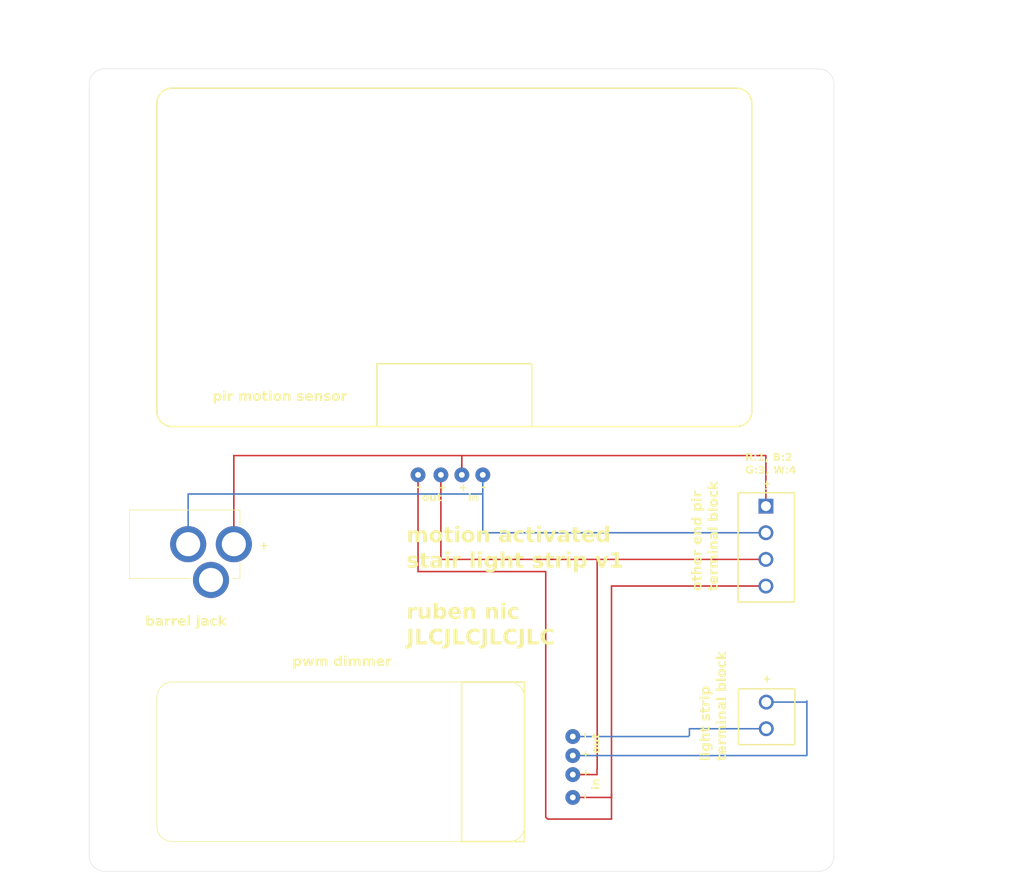
<source format=kicad_pcb>
(kicad_pcb (version 20240108) (generator "pcbnew") (generator_version "8.0")
  (layers (0 "F.Cu" signal) (31 "B.Cu" signal) (34 "B.Paste" user) (35 "F.Paste" user) (36 "B.SilkS" user "B.Silkscreen") (37 "F.SilkS" user "F.Silkscreen") (38 "B.Mask" user) (39 "F.Mask" user) (44 "Edge.Cuts" user))
  (net 0 "")
  (net 1 "Net-(pir-motion-sensor1-Pin_1)")
  (net 2 "Net-(pir-motion-sensor1-Pin_2)")
  (net 3 "Net-(pir-motion-sensor1-Pin_4)")
  (net 4 "Net-(pir-motion-sensor1-Pin_3)")
  (net 6 "Net-(pwm-dimmer1-Pin_4)")
  (net 7 "Net-(pwm-dimmer1-Pin_3)")
  (footprint "Connector:4_through_holes" (layer "F.Cu") (at 198.833398 96.34)
    (property "Reference" "pir-motion-sensor1" (hide yes))
    (property "Value" "Conn_01x04_Socket" (hide yes))
    (fp_text user "-" (at 4.5 -2.7 0) (layer "F.SilkS") (effects (font (size 1 1.5) (thickness 0.2) (bold yes)) (justify left bottom)))
    (fp_text user "out" (at -3.2 -1.3 0) (layer "F.SilkS") (effects (font (thickness 0.2) (bold yes)) (justify left bottom)))
    (fp_text user "+" (at -1.1 -2.6 0) (layer "F.SilkS") (effects (font (thickness 0.2) (bold yes)) (justify left bottom)))
    (fp_text user "-" (at -4 -2.7 0) (layer "F.SilkS") (effects (font (size 1 1.5) (thickness 0.2) (bold yes)) (justify left bottom)))
    (fp_text user "+" (at 1.65 -2.6 0) (layer "F.SilkS") (effects (font (thickness 0.2) (bold yes)) (justify left bottom)))
    (fp_text user "in" (at 2.85 -1.3 0) (layer "F.SilkS") (effects (font (thickness 0.2) (bold yes)) (justify left bottom)))
    (pad "1" thru_hole circle (at -3.7 -4.9) (size 1.95 1.95) (drill 0.762) (layers "*.Cu" "*.Mask") (net 1 "Net-(pir-motion-sensor1-Pin_1)"))
    (pad "2" thru_hole circle (at -0.7 -4.9) (size 1.95 1.95) (drill 0.762) (layers "*.Cu" "*.Mask") (net 2 "Net-(pir-motion-sensor1-Pin_2)"))
    (pad "3" thru_hole circle (at 2.05 -4.9) (size 1.95 1.95) (drill 0.762) (layers "*.Cu" "*.Mask") (net 4 "Net-(pir-motion-sensor1-Pin_3)"))
    (pad "4" thru_hole circle (at 4.8 -4.9) (size 1.95 1.95) (drill 0.762) (layers "*.Cu" "*.Mask") (net 3 "Net-(pir-motion-sensor1-Pin_4)"))
  )
  (footprint "MountingHole:MountingHole_2.2mm_M2" (layer "F.Cu") (at 156.398398 40.64)
    (property "Reference" "MH4" (hide yes))
    (property "Value" "MountingHole_2.2mm_M2")
    (pad "" np_thru_hole circle (at 0 0) (size 2.2 2.2) (drill 2.2) (layers "*.Cu" "*.Mask"))
  )
  (footprint "footprints:EBWA04A" (layer "F.Cu") (at 240.803398 95.54 -90)
    (property "Reference" "pir terminal block" (hide yes))
    (property "Value" "EBWA-04-A" (hide yes))
    (fp_line (start -1.75 3.65) (end -1.75 -3.75) (stroke (width 0.2)) (layer "F.SilkS"))
    (fp_line (start 12.6 3.65) (end -1.75 3.65) (stroke (width 0.2)) (layer "F.SilkS"))
    (fp_line (start -2.3 0) (end -2.3 0) (stroke (width 0.1)) (layer "F.SilkS"))
    (fp_line (start -2.2 0) (end -2.2 0) (stroke (width 0.1)) (layer "F.SilkS"))
    (fp_line (start -1.75 -3.75) (end 12.6 -3.75) (stroke (width 0.2)) (layer "F.SilkS"))
    (fp_line (start 12.6 -3.75) (end 12.6 3.65) (stroke (width 0.2)) (layer "F.SilkS"))
    (fp_arc (start -2.3 0) (mid -2.25 -0.05) (end -2.2 0) (stroke (width 0.1)) (layer "F.SilkS"))
    (fp_arc (start -2.2 0) (mid -2.25 0.05) (end -2.3 0) (stroke (width 0.1)) (layer "F.SilkS"))
    (pad "1" thru_hole rect (at 0 0 270) (size 1.95 1.95) (drill 1.3) (layers "*.Cu" "*.Mask") (net 4 "Net-(pir-motion-sensor1-Pin_3)"))
    (pad "2" thru_hole circle (at 3.5 0 270) (size 1.95 1.95) (drill 1.3) (layers "*.Cu" "*.Mask") (net 3 "Net-(pir-motion-sensor1-Pin_4)"))
    (pad "3" thru_hole circle (at 7 0 270) (size 1.95 1.95) (drill 1.3) (layers "*.Cu" "*.Mask") (net 2 "Net-(pir-motion-sensor1-Pin_2)"))
    (pad "4" thru_hole circle (at 10.5 0 270) (size 1.95 1.95) (drill 1.3) (layers "*.Cu" "*.Mask") (net 1 "Net-(pir-motion-sensor1-Pin_1)"))
  )
  (footprint "MountingHole:MountingHole_2.2mm_M2" (layer "F.Cu") (at 245.298398 139.7)
    (property "Reference" "MH2" (hide yes))
    (property "Value" "MountingHole_2.2mm_M2")
    (pad "" np_thru_hole circle (at 0 0) (size 2.2 2.2) (drill 2.2) (layers "F&B.Cu" "*.Mask"))
  )
  (footprint "footprints:PRT00119" (layer "F.Cu") (at 165.288398 101.83 180)
    (property "Reference" "barrel jack" (at 0.635 -8.89 180) (layer "F.SilkS") (effects (font (size 1.27 1.27) (thickness 0.254) (bold yes))))
    (property "Value" "PRT-00119" (hide yes))
    (fp_line (start 8.036 5.786) (end 8.036 -3.214) (stroke (width 0.1)) (layer "F.SilkS"))
    (fp_line (start 8.036 -3.214) (end 0.036 -3.214) (stroke (width 0.1)) (layer "F.SilkS"))
    (fp_line (start -6.464 5.786) (end 8.036 5.786) (stroke (width 0.1)) (layer "F.SilkS"))
    (fp_line (start -6.464 3.786) (end -6.464 5.786) (stroke (width 0.1)) (layer "F.SilkS"))
    (fp_line (start -6.464 -1.214) (end -6.464 -3.214) (stroke (width 0.1)) (layer "F.SilkS"))
    (fp_line (start -6.464 -3.214) (end -5.464 -3.214) (stroke (width 0.1)) (layer "F.SilkS"))
    (pad "1" thru_hole circle (at -5.664 1.286 180) (size 4.743 4.743) (drill 3.1623) (layers "*.Cu" "*.Mask") (net 4 "Net-(pir-motion-sensor1-Pin_3)"))
    (pad "2" thru_hole circle (at 0.336 1.286 180) (size 4.743 4.743) (drill 3.1623) (layers "*.Cu" "*.Mask") (net 3 "Net-(pir-motion-sensor1-Pin_4)"))
    (pad "3" thru_hole circle (at -2.664 -3.414 180) (size 4.743 4.743) (drill 3.1623) (layers "*.Cu" "*.Mask"))
  )
  (footprint "MountingHole:MountingHole_2.2mm_M2" (layer "F.Cu") (at 245.933398 40.64)
    (property "Reference" "MH1" (hide yes))
    (property "Value" "MountingHole_2.2mm_M2")
    (pad "" np_thru_hole circle (at 0 0) (size 2.2 2.2) (drill 2.2) (layers "F&B.Cu" "*.Mask"))
  )
  (footprint "Connector:4_through_holes" (layer "F.Cu") (at 220.353398 130.11 90)
    (property "Reference" "pwm-dimmer1" (hide yes))
    (property "Value" "Conn_01x04_Socket" (hide yes))
    (fp_text user "-" (at -4 -2.7 90) (layer "F.SilkS") (effects (font (size 1 1.5) (thickness 0.2) (bold yes)) (justify left bottom)))
    (fp_text user "out" (at 2.05 -1.25 90) (layer "F.SilkS") (effects (font (thickness 0.2) (bold yes)) (justify left bottom)))
    (fp_text user "+" (at 1.4 -2.6 90) (layer "F.SilkS") (effects (font (thickness 0.2) (bold yes)) (justify left bottom)))
    (fp_text user "+" (at -1.1 -2.6 90) (layer "F.SilkS") (effects (font (thickness 0.2) (bold yes)) (justify left bottom)))
    (fp_text user "in" (at -2.7 -1.25 90) (layer "F.SilkS") (effects (font (thickness 0.2) (bold yes)) (justify left bottom)))
    (fp_text user "-" (at 4 -2.7 90) (layer "F.SilkS") (effects (font (size 1 1.5) (thickness 0.2) (bold yes)) (justify left bottom)))
    (pad "1" thru_hole circle (at -3.7 -4.9 90) (size 1.95 1.95) (drill 0.762) (layers "*.Cu" "*.Mask") (net 1 "Net-(pir-motion-sensor1-Pin_1)"))
    (pad "2" thru_hole circle (at -0.7 -4.9 90) (size 1.95 1.95) (drill 0.762) (layers "*.Cu" "*.Mask") (net 2 "Net-(pir-motion-sensor1-Pin_2)"))
    (pad "3" thru_hole circle (at 1.8 -4.9 90) (size 1.95 1.95) (drill 0.762) (layers "*.Cu" "*.Mask") (net 7 "Net-(pwm-dimmer1-Pin_3)"))
    (pad "4" thru_hole circle (at 4.3 -4.9 90) (size 1.95 1.95) (drill 0.762) (layers "*.Cu" "*.Mask") (net 6 "Net-(pwm-dimmer1-Pin_4)"))
  )
  (footprint "footprints:EBWA02A" (layer "F.Cu") (at 240.853398 121.285 -90)
    (property "Reference" "light strip terminal block" (hide yes))
    (property "Value" "EBWA-02-A" (hide yes))
    (fp_line (start -1.75 3.65) (end -1.75 -3.75) (stroke (width 0.2)) (layer "F.SilkS"))
    (fp_line (start 5.6 3.65) (end -1.75 3.65) (stroke (width 0.2)) (layer "F.SilkS"))
    (fp_line (start -1.75 -3.75) (end 5.6 -3.75) (stroke (width 0.2)) (layer "F.SilkS"))
    (fp_line (start 5.6 -3.75) (end 5.6 3.65) (stroke (width 0.2)) (layer "F.SilkS"))
    (pad "1" thru_hole circle (at 0 0 270) (size 1.95 1.95) (drill 1.3) (layers "*.Cu" "*.Mask") (net 7 "Net-(pwm-dimmer1-Pin_3)"))
    (pad "2" thru_hole circle (at 3.5 0 270) (size 1.95 1.95) (drill 1.3) (layers "*.Cu" "*.Mask") (net 6 "Net-(pwm-dimmer1-Pin_4)"))
  )
  (footprint "MountingHole:MountingHole_2.2mm_M2" (layer "F.Cu") (at 156.398398 139.7)
    (property "Reference" "MH3" (hide yes))
    (property "Value" "MountingHole_2.2mm_M2")
    (pad "" np_thru_hole circle (at 0 0) (size 2.2 2.2) (drill 2.2) (layers "F&B.Cu" "*.Mask"))
  )
  (gr_rect (start 189.735898 76.835) (end 210.055898 85.09) (stroke (width 0.2)) (fill none) (layer "F.SilkS"))
  (gr_arc (start 209.103398 137.605) (mid 208.517613 139.019223) (end 207.103398 139.605) (stroke (width 0.1)) (layer "F.SilkS"))
  (gr_arc (start 236.948398 40.64) (mid 238.362595 41.225796) (end 238.948398 42.64) (stroke (width 0.2)) (layer "F.SilkS"))
  (gr_arc (start 162.843398 85.09) (mid 161.429168 84.504223) (end 160.843398 83.09) (stroke (width 0.2)) (layer "F.SilkS"))
  (gr_rect (start 200.848398 118.65) (end 209.103398 139.605) (stroke (width 0.2)) (fill none) (layer "F.SilkS"))
  (gr_line (start 162.843398 118.65) (end 207.103398 118.65) (stroke (width 0.1)) (layer "F.SilkS"))
  (gr_line (start 209.103398 120.65) (end 209.103398 137.605) (stroke (width 0.1)) (layer "F.SilkS"))
  (gr_line (start 160.843398 83.09) (end 160.843398 42.64) (stroke (width 0.2)) (layer "F.SilkS"))
  (gr_arc (start 160.843398 120.65) (mid 161.429186 119.235796) (end 162.843398 118.65) (stroke (width 0.1)) (layer "F.SilkS"))
  (gr_line (start 160.843398 137.605) (end 160.843398 120.65) (stroke (width 0.1)) (layer "F.SilkS"))
  (gr_line (start 236.948398 85.09) (end 162.843398 85.09) (stroke (width 0.2)) (layer "F.SilkS"))
  (gr_arc (start 238.948398 83.09) (mid 238.362613 84.504223) (end 236.948398 85.09) (stroke (width 0.2)) (layer "F.SilkS"))
  (gr_arc (start 207.103398 118.65) (mid 208.517595 119.235796) (end 209.103398 120.65) (stroke (width 0.1)) (layer "F.SilkS"))
  (gr_line (start 162.843398 40.64) (end 236.948398 40.64) (stroke (width 0.2)) (layer "F.SilkS"))
  (gr_arc (start 162.843398 139.605) (mid 161.429168 139.019223) (end 160.843398 137.605) (stroke (width 0.1)) (layer "F.SilkS"))
  (gr_line (start 238.948398 42.64) (end 238.948398 83.09) (stroke (width 0.2)) (layer "F.SilkS"))
  (gr_line (start 207.103398 139.605) (end 162.843398 139.605) (stroke (width 0.1)) (layer "F.SilkS"))
  (gr_arc (start 160.843398 42.64) (mid 161.429186 41.225796) (end 162.843398 40.64) (stroke (width 0.2)) (layer "F.SilkS"))
  (gr_line (start 153.953398 38.1) (end 247.743398 38.1) (stroke (width 0.05)) (layer "Edge.Cuts"))
  (gr_arc (start 249.743398 141.51) (mid 249.157613 142.924223) (end 247.743398 143.51) (stroke (width 0.05)) (layer "Edge.Cuts"))
  (gr_arc (start 151.953398 40.1) (mid 152.539186 38.685796) (end 153.953398 38.1) (stroke (width 0.05)) (layer "Edge.Cuts"))
  (gr_arc (start 153.953398 143.51) (mid 152.539168 142.924223) (end 151.953398 141.51) (stroke (width 0.05)) (layer "Edge.Cuts"))
  (gr_line (start 247.743398 143.51) (end 153.953398 143.51) (stroke (width 0.05)) (layer "Edge.Cuts"))
  (gr_line (start 151.953398 141.51) (end 151.953398 40.1) (stroke (width 0.05)) (layer "Edge.Cuts"))
  (gr_line (start 249.743398 40.1) (end 249.743398 141.51) (stroke (width 0.05)) (layer "Edge.Cuts"))
  (gr_arc (start 247.743398 38.1) (mid 249.157595 38.685796) (end 249.743398 40.1) (stroke (width 0.05)) (layer "Edge.Cuts"))
  (gr_text "+" (at 174.305398 101.346 0) (layer "F.SilkS") (effects (font (size 1 1) (thickness 0.2) (bold yes)) (justify left bottom)))
  (gr_text "R:1, B:2\nG:3, W:4" (at 238.059398 91.44 0) (layer "F.SilkS") (effects (font (size 1 1) (thickness 0.2) (bold yes)) (justify left bottom)))
  (gr_text "+" (at 240.345398 118.872 0) (layer "F.SilkS") (effects (font (size 1 1) (thickness 0.2) (bold yes)) (justify left bottom)))
  (gr_text "light strip\nterminal block" (at 235.773398 129.032 90) (layer "F.SilkS") (effects (font (size 1.27 1.27) (thickness 0.3) (bold yes)) (justify left bottom)))
  (gr_text "+" (at 240.345398 93.218 0) (layer "F.SilkS") (effects (font (size 1 1) (thickness 0.2) (bold yes)) (justify left bottom)))
  (gr_text "other end pir\nterminal block" (at 234.696 106.68 90) (layer "F.SilkS") (effects (font (size 1.27 1.27) (thickness 0.3) (bold yes)) (justify left bottom)))
  (gr_text "pir motion sensor" (at 168.145898 81.915 0) (layer "F.SilkS") (effects (font (size 1.27 1.27) (thickness 0.254) (bold yes)) (justify left bottom)))
  (gr_text "pwm dimmer" (at 178.623398 116.745 0) (layer "F.SilkS") (effects (font (size 1.27 1.27) (thickness 0.254) (bold yes)) (justify left bottom)))
  (gr_text "motion activated \nstair light strip v1\n\nruben nic\nJLCJLCJLCJLC" (at 193.609398 114.046 0) (layer "F.SilkS") (effects (font (size 2 2) (thickness 0.2) (bold yes)) (justify left bottom)))
  (segment (start 220.533398 133.858) (end 220.533398 133.35) (width 0.2) (layer "F.Cu") (net 1))
  (segment (start 211.897398 104.14) (end 195.133398 104.14) (width 0.2) (layer "F.Cu") (net 1))
  (segment (start 215.453398 133.81) (end 220.485398 133.81) (width 0.2) (layer "F.Cu") (net 1))
  (segment (start 212.151398 136.652) (end 211.897398 136.398) (width 0.2) (layer "F.Cu") (net 1))
  (segment (start 220.533398 136.652) (end 212.151398 136.652) (width 0.2) (layer "F.Cu") (net 1))
  (segment (start 220.533398 133.35) (end 220.533398 106.04) (width 0.2) (layer "F.Cu") (net 1))
  (segment (start 220.533398 106.04) (end 240.803398 106.04) (width 0.2) (layer "F.Cu") (net 1))
  (segment (start 220.533398 133.35) (end 220.533398 136.652) (width 0.2) (layer "F.Cu") (net 1))
  (segment (start 195.133398 104.14) (end 195.133398 91.44) (width 0.2) (layer "F.Cu") (net 1))
  (segment (start 220.485398 133.81) (end 220.533398 133.858) (width 0.2) (layer "F.Cu") (net 1))
  (segment (start 211.897398 136.398) (end 211.897398 104.14) (width 0.2) (layer "F.Cu") (net 1))
  (segment (start 218.628398 130.81) (end 218.628398 130.104) (width 0.2) (layer "F.Cu") (net 2))
  (segment (start 218.628398 130.104) (end 218.652398 130.08) (width 0.2) (layer "F.Cu") (net 2))
  (segment (start 198.133398 102.54) (end 198.133398 91.44) (width 0.2) (layer "F.Cu") (net 2))
  (segment (start 240.803398 102.54) (end 218.652398 102.54) (width 0.2) (layer "F.Cu") (net 2))
  (segment (start 215.453398 130.81) (end 218.628398 130.81) (width 0.2) (layer "F.Cu") (net 2))
  (segment (start 218.652398 102.54) (end 198.133398 102.54) (width 0.2) (layer "F.Cu") (net 2))
  (segment (start 218.652398 102.54) (end 218.652398 130.08) (width 0.2) (layer "F.Cu") (net 2))
  (segment (start 164.952398 93.9484) (end 164.952398 100.544) (width 0.2) (layer "B.Cu") (net 3))
  (segment (start 203.633398 93.9484) (end 164.952398 93.9484) (width 0.2) (layer "B.Cu") (net 3))
  (segment (start 203.633398 99.04) (end 203.633398 93.9484) (width 0.2) (layer "B.Cu") (net 3))
  (segment (start 240.803398 99.04) (end 203.633398 99.04) (width 0.2) (layer "B.Cu") (net 3))
  (segment (start 203.633398 91.44) (end 203.633398 93.9484) (width 0.2) (layer "B.Cu") (net 3))
  (segment (start 170.952398 88.9) (end 200.883398 88.9) (width 0.2) (layer "F.Cu") (net 4))
  (segment (start 200.883398 90.1633) (end 200.883398 88.9) (width 0.2) (layer "F.Cu") (net 4))
  (segment (start 200.883398 88.9) (end 240.803398 88.9) (width 0.2) (layer "F.Cu") (net 4))
  (segment (start 240.803398 88.9) (end 240.803398 95.54) (width 0.2) (layer "F.Cu") (net 4))
  (segment (start 170.952398 100.544) (end 170.952398 88.9) (width 0.2) (layer "F.Cu") (net 4))
  (segment (start 200.883398 90.1633) (end 200.883398 91.44) (width 0.2) (layer "F.Cu") (net 4))
  (segment (start 215.453398 125.81) (end 230.613398 125.81) (width 0.2) (layer "B.Cu") (net 6))
  (segment (start 240.853398 124.785) (end 230.764398 124.785) (width 0.2) (layer "B.Cu") (net 6))
  (segment (start 230.613398 125.81) (end 230.764398 125.659) (width 0.2) (layer "B.Cu") (net 6))
  (segment (start 240.558398 125.08) (end 240.853398 124.785) (width 0.2) (layer "B.Cu") (net 6))
  (segment (start 230.764398 125.659) (end 230.764398 124.785) (width 0.2) (layer "B.Cu") (net 6))
  (segment (start 246.060398 121.285) (end 246.187398 121.158) (width 0.2) (layer "B.Cu") (net 7))
  (segment (start 240.853398 121.285) (end 246.060398 121.285) (width 0.2) (layer "B.Cu") (net 7))
  (segment (start 246.147398 128.31) (end 246.187398 128.27) (width 0.2) (layer "B.Cu") (net 7))
  (segment (start 215.453398 128.31) (end 246.147398 128.31) (width 0.2) (layer "B.Cu") (net 7))
  (segment (start 246.187398 121.158) (end 246.187398 128.27) (width 0.2) (layer "B.Cu") (net 7))
)
</source>
